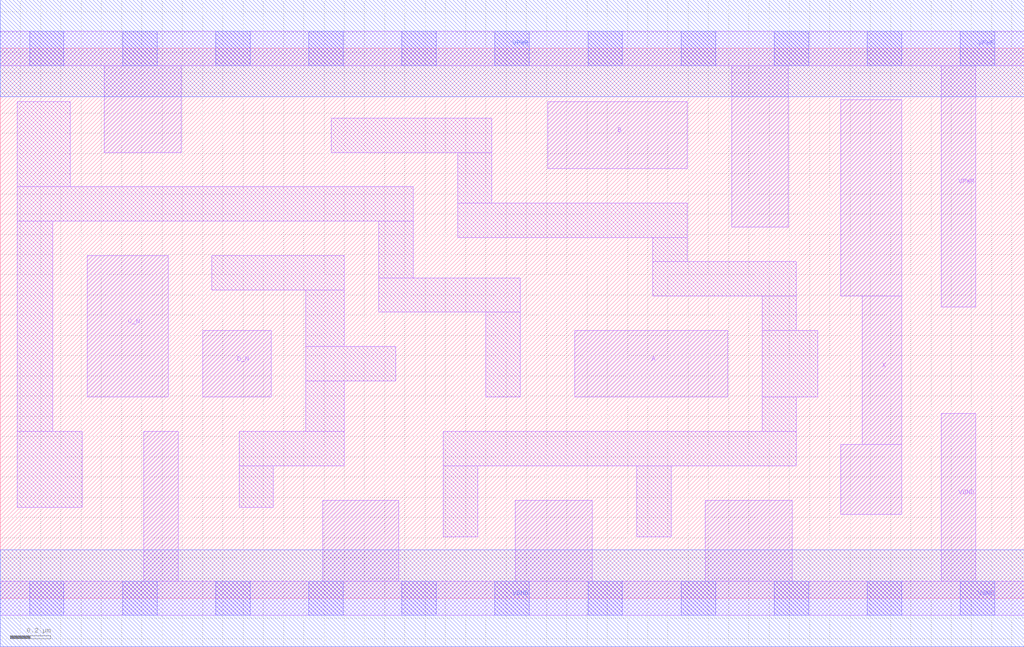
<source format=lef>
# Copyright 2020 The SkyWater PDK Authors
#
# Licensed under the Apache License, Version 2.0 (the "License");
# you may not use this file except in compliance with the License.
# You may obtain a copy of the License at
#
#     https://www.apache.org/licenses/LICENSE-2.0
#
# Unless required by applicable law or agreed to in writing, software
# distributed under the License is distributed on an "AS IS" BASIS,
# WITHOUT WARRANTIES OR CONDITIONS OF ANY KIND, either express or implied.
# See the License for the specific language governing permissions and
# limitations under the License.
#
# SPDX-License-Identifier: Apache-2.0

VERSION 5.7 ;
  NAMESCASESENSITIVE ON ;
  NOWIREEXTENSIONATPIN ON ;
  DIVIDERCHAR "/" ;
  BUSBITCHARS "[]" ;
UNITS
  DATABASE MICRONS 200 ;
END UNITS
PROPERTYDEFINITIONS
  MACRO maskLayoutSubType STRING ;
  MACRO prCellType STRING ;
  MACRO originalViewName STRING ;
END PROPERTYDEFINITIONS
MACRO sky130_fd_sc_hdll__or4bb_2
  CLASS CORE ;
  FOREIGN sky130_fd_sc_hdll__or4bb_2 ;
  ORIGIN  0.000000  0.000000 ;
  SIZE  5.060000 BY  2.720000 ;
  SYMMETRY X Y R90 ;
  SITE unithd ;
  PIN A
    ANTENNAGATEAREA  0.138600 ;
    DIRECTION INPUT ;
    USE SIGNAL ;
    PORT
      LAYER li1 ;
        RECT 2.840000 0.995000 3.595000 1.325000 ;
    END
  END A
  PIN B
    ANTENNAGATEAREA  0.138600 ;
    DIRECTION INPUT ;
    USE SIGNAL ;
    PORT
      LAYER li1 ;
        RECT 2.705000 2.125000 3.395000 2.455000 ;
    END
  END B
  PIN C_N
    ANTENNAGATEAREA  0.138600 ;
    DIRECTION INPUT ;
    USE SIGNAL ;
    PORT
      LAYER li1 ;
        RECT 0.430000 0.995000 0.830000 1.695000 ;
    END
  END C_N
  PIN D_N
    ANTENNAGATEAREA  0.138600 ;
    DIRECTION INPUT ;
    USE SIGNAL ;
    PORT
      LAYER li1 ;
        RECT 1.000000 0.995000 1.340000 1.325000 ;
    END
  END D_N
  PIN X
    ANTENNADIFFAREA  0.498000 ;
    DIRECTION OUTPUT ;
    USE SIGNAL ;
    PORT
      LAYER li1 ;
        RECT 4.155000 0.415000 4.455000 0.760000 ;
        RECT 4.155000 1.495000 4.455000 2.465000 ;
        RECT 4.260000 0.760000 4.455000 1.495000 ;
    END
  END X
  PIN VGND
    DIRECTION INOUT ;
    USE GROUND ;
    PORT
      LAYER li1 ;
        RECT 0.000000 -0.085000 5.060000 0.085000 ;
        RECT 0.710000  0.085000 0.880000 0.825000 ;
        RECT 1.595000  0.085000 1.970000 0.485000 ;
        RECT 2.545000  0.085000 2.925000 0.485000 ;
        RECT 3.485000  0.085000 3.915000 0.485000 ;
        RECT 4.650000  0.085000 4.820000 0.915000 ;
      LAYER mcon ;
        RECT 0.145000 -0.085000 0.315000 0.085000 ;
        RECT 0.605000 -0.085000 0.775000 0.085000 ;
        RECT 1.065000 -0.085000 1.235000 0.085000 ;
        RECT 1.525000 -0.085000 1.695000 0.085000 ;
        RECT 1.985000 -0.085000 2.155000 0.085000 ;
        RECT 2.445000 -0.085000 2.615000 0.085000 ;
        RECT 2.905000 -0.085000 3.075000 0.085000 ;
        RECT 3.365000 -0.085000 3.535000 0.085000 ;
        RECT 3.825000 -0.085000 3.995000 0.085000 ;
        RECT 4.285000 -0.085000 4.455000 0.085000 ;
        RECT 4.745000 -0.085000 4.915000 0.085000 ;
      LAYER met1 ;
        RECT 0.000000 -0.240000 5.060000 0.240000 ;
    END
  END VGND
  PIN VPWR
    DIRECTION INOUT ;
    USE POWER ;
    PORT
      LAYER li1 ;
        RECT 0.000000 2.635000 5.060000 2.805000 ;
        RECT 0.515000 2.205000 0.895000 2.635000 ;
        RECT 3.615000 1.835000 3.895000 2.635000 ;
        RECT 4.650000 1.440000 4.820000 2.635000 ;
      LAYER mcon ;
        RECT 0.145000 2.635000 0.315000 2.805000 ;
        RECT 0.605000 2.635000 0.775000 2.805000 ;
        RECT 1.065000 2.635000 1.235000 2.805000 ;
        RECT 1.525000 2.635000 1.695000 2.805000 ;
        RECT 1.985000 2.635000 2.155000 2.805000 ;
        RECT 2.445000 2.635000 2.615000 2.805000 ;
        RECT 2.905000 2.635000 3.075000 2.805000 ;
        RECT 3.365000 2.635000 3.535000 2.805000 ;
        RECT 3.825000 2.635000 3.995000 2.805000 ;
        RECT 4.285000 2.635000 4.455000 2.805000 ;
        RECT 4.745000 2.635000 4.915000 2.805000 ;
      LAYER met1 ;
        RECT 0.000000 2.480000 5.060000 2.960000 ;
    END
  END VPWR
  OBS
    LAYER li1 ;
      RECT 0.085000 0.450000 0.405000 0.825000 ;
      RECT 0.085000 0.825000 0.260000 1.865000 ;
      RECT 0.085000 1.865000 2.040000 2.035000 ;
      RECT 0.085000 2.035000 0.345000 2.455000 ;
      RECT 1.045000 1.525000 1.700000 1.695000 ;
      RECT 1.180000 0.450000 1.350000 0.655000 ;
      RECT 1.180000 0.655000 1.700000 0.825000 ;
      RECT 1.510000 0.825000 1.700000 1.075000 ;
      RECT 1.510000 1.075000 1.955000 1.245000 ;
      RECT 1.510000 1.245000 1.700000 1.525000 ;
      RECT 1.635000 2.205000 2.430000 2.375000 ;
      RECT 1.870000 1.415000 2.570000 1.585000 ;
      RECT 1.870000 1.585000 2.040000 1.865000 ;
      RECT 2.190000 0.305000 2.360000 0.655000 ;
      RECT 2.190000 0.655000 3.935000 0.825000 ;
      RECT 2.260000 1.785000 3.395000 1.955000 ;
      RECT 2.260000 1.955000 2.430000 2.205000 ;
      RECT 2.400000 0.995000 2.570000 1.415000 ;
      RECT 3.145000 0.305000 3.315000 0.655000 ;
      RECT 3.225000 1.495000 3.935000 1.665000 ;
      RECT 3.225000 1.665000 3.395000 1.785000 ;
      RECT 3.765000 0.825000 3.935000 0.995000 ;
      RECT 3.765000 0.995000 4.040000 1.325000 ;
      RECT 3.765000 1.325000 3.935000 1.495000 ;
  END
  PROPERTY maskLayoutSubType "abstract" ;
  PROPERTY prCellType "standard" ;
  PROPERTY originalViewName "layout" ;
END sky130_fd_sc_hdll__or4bb_2

</source>
